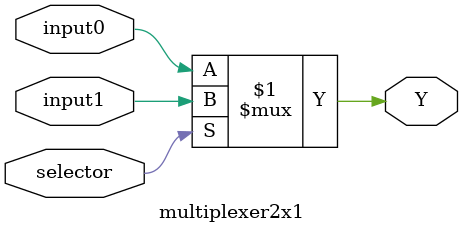
<source format=v>
`timescale 1ns / 1ps

module multiplexer2x1(input0, input1, selector, Y);

output Y;
input input0, input1, selector; 

assign Y=(selector)?input1:input0;

endmodule

</source>
